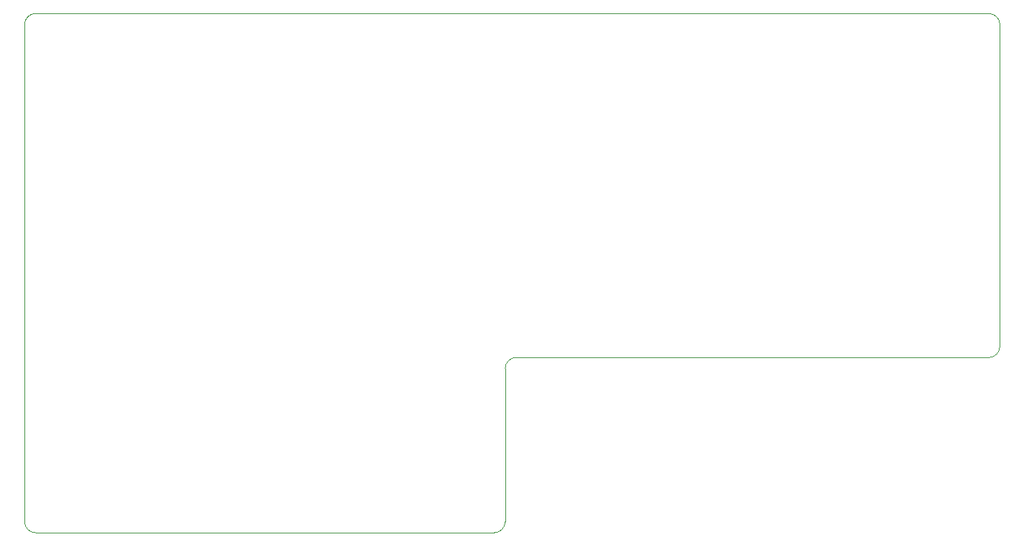
<source format=gbr>
G04 #@! TF.GenerationSoftware,KiCad,Pcbnew,(6.0.9)*
G04 #@! TF.CreationDate,2022-12-15T10:14:16-07:00*
G04 #@! TF.ProjectId,OpenFlops,4f70656e-466c-46f7-9073-2e6b69636164,1*
G04 #@! TF.SameCoordinates,PX6312cb0PY6bcb370*
G04 #@! TF.FileFunction,Profile,NP*
%FSLAX46Y46*%
G04 Gerber Fmt 4.6, Leading zero omitted, Abs format (unit mm)*
G04 Created by KiCad (PCBNEW (6.0.9)) date 2022-12-15 10:14:16*
%MOMM*%
%LPD*%
G01*
G04 APERTURE LIST*
G04 #@! TA.AperFunction,Profile*
%ADD10C,0.050000*%
G04 #@! TD*
G04 APERTURE END LIST*
D10*
X47625000Y18288000D02*
X101694000Y18280000D01*
X-7366000Y-1778000D02*
X45085000Y-1778000D01*
X102964000Y56380000D02*
X102964000Y19550000D01*
X-8636000Y56388000D02*
X-8636000Y-508000D01*
X45085000Y-1778000D02*
G75*
G03*
X46355000Y-508000I0J1270000D01*
G01*
X-8636000Y-508000D02*
G75*
G03*
X-7366000Y-1778000I1270000J0D01*
G01*
X101694000Y18280000D02*
G75*
G03*
X102964000Y19550000I0J1270000D01*
G01*
X-7366000Y57658000D02*
X101694000Y57650000D01*
X-7366000Y57658000D02*
G75*
G03*
X-8636000Y56388000I0J-1270000D01*
G01*
X47625000Y18288000D02*
G75*
G03*
X46355000Y17018000I0J-1270000D01*
G01*
X102964000Y56380000D02*
G75*
G03*
X101694000Y57650000I-1270000J0D01*
G01*
X46355000Y-508000D02*
X46355000Y17018000D01*
M02*

</source>
